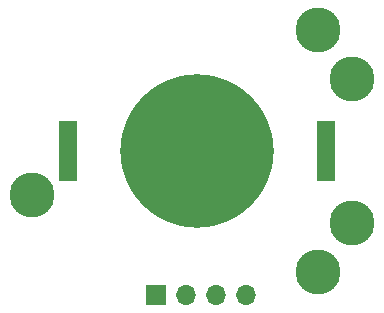
<source format=gbr>
%TF.GenerationSoftware,KiCad,Pcbnew,5.1.9-73d0e3b20d~88~ubuntu20.04.1*%
%TF.CreationDate,2021-06-28T21:50:03+02:00*%
%TF.ProjectId,watch,77617463-682e-46b6-9963-61645f706362,rev?*%
%TF.SameCoordinates,Original*%
%TF.FileFunction,Soldermask,Bot*%
%TF.FilePolarity,Negative*%
%FSLAX46Y46*%
G04 Gerber Fmt 4.6, Leading zero omitted, Abs format (unit mm)*
G04 Created by KiCad (PCBNEW 5.1.9-73d0e3b20d~88~ubuntu20.04.1) date 2021-06-28 21:50:03*
%MOMM*%
%LPD*%
G01*
G04 APERTURE LIST*
%ADD10C,3.800000*%
%ADD11C,2.600000*%
%ADD12R,1.500000X5.100000*%
%ADD13C,13.000000*%
%ADD14O,1.700000X1.700000*%
%ADD15R,1.700000X1.700000*%
G04 APERTURE END LIST*
D10*
%TO.C,SW1*%
X193500000Y-113250000D03*
D11*
X193500000Y-113250000D03*
%TD*%
D12*
%TO.C,BT1*%
X218450000Y-109500000D03*
X196550000Y-109500000D03*
D13*
X207500000Y-109500000D03*
%TD*%
D14*
%TO.C,J1*%
X211620000Y-121750000D03*
X209080000Y-121750000D03*
X206540000Y-121750000D03*
D15*
X204000000Y-121750000D03*
%TD*%
D11*
%TO.C,SW5*%
X220640000Y-103380000D03*
D10*
X220640000Y-103380000D03*
%TD*%
D11*
%TO.C,SW4*%
X220640000Y-115620000D03*
D10*
X220640000Y-115620000D03*
%TD*%
D11*
%TO.C,SW3*%
X217750000Y-119750000D03*
D10*
X217750000Y-119750000D03*
%TD*%
D11*
%TO.C,SW2*%
X217750000Y-99250000D03*
D10*
X217750000Y-99250000D03*
%TD*%
M02*

</source>
